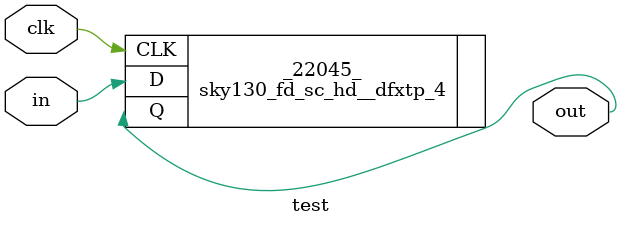
<source format=v>
module test (clk, in, out);
input clk;
input in;
output out;

  sky130_fd_sc_hd__dfxtp_4 _22045_ (
    .CLK(clk),
    .D(in),
    .Q(out )
  );
endmodule

</source>
